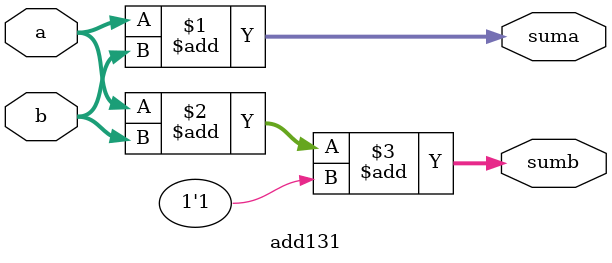
<source format=v>
`timescale 1ns / 1ps

module mpadder2 (
  input wire clk,
  input wire subtract,
  input wire [1026:0] in_a,
  input wire [1026:0] in_b,
  output wire [1027:0] result
);
    reg sub;
    always @(posedge clk) 
    begin
        sub <= subtract;
    end
    
    
    wire [1026:0] MuxB = (subtract) ? ~in_b : in_b;
    wire [1027:0] Sum;
    
    
    wire [1027:0] sumA;
    wire [1027:128] sumB;
    
    wire [6:0] carryA;
    wire [6:1] carryB;
    
    wire carry1;
    wire carry2;
    wire carry3;
    wire carry4;
    wire carry5;
    wire carry6;
    wire carry7;
    
  assign {carryA[0],sumA[127:0]} = in_a[127:0] + MuxB[127:0] + subtract;   
  //assign {carryB[0],sumB[63:0]} = 65'b0;
    add128 A2(in_a[255:128], MuxB[255:128],sumA[255:128], carryA[1], sumB[255:128], carryB[1]);
    add128 A3(in_a[383:256], MuxB[383:256],sumA[383:256], carryA[2], sumB[383:256], carryB[2]);
    add128 A4(in_a[511:384], MuxB[511:384],sumA[511:384], carryA[3], sumB[511:384], carryB[3]);
    add128 A5(in_a[639:512], MuxB[639:512],sumA[639:512], carryA[4], sumB[639:512], carryB[4]);
    add128 A6(in_a[767:640], MuxB[767:640],sumA[767:640], carryA[5], sumB[767:640], carryB[5]);
    add128 A7(in_a[895:768], MuxB[895:768],sumA[895:768], carryA[6], sumB[895:768], carryB[6]);
    add131 A8(in_a[1026:896], MuxB[1026:896],sumA[1027:896], sumB[1027:896]);
  

    


  reg [1027:0] regA;
  reg [1027:128] regB;
  reg [6:0] regcA;
  reg [6:1] regcB;
  always @(posedge clk) 
  begin
    regA <= sumA;
    regB <= sumB;
    regcA <= carryA;
    regcB <= carryB;
  end  
  
    assign carry1 = regcA[0];
    assign carry2 = carry1? regcB[1]: regcA[1];
    assign carry3 = carry2? regcB[2]: regcA[2];
    assign carry4 = carry3? regcB[3]: regcA[3];
    assign carry5 = carry4? regcB[4]: regcA[4];
    assign carry6 = carry5? regcB[5]: regcA[5];
    assign carry7 = carry6? regcB[6]: regcA[6];

  
    assign Sum[127:0] = regA[127:0];
    assign Sum[255:128] = carry1? regB[255:128]: regA[255:128];
    assign Sum[383:256] = carry2? regB[383:256]: regA[383:256];
    assign Sum[511:384] = carry3? regB[511:384]: regA[511:384];
    assign Sum[639:512] = carry4? regB[639:512]: regA[639:512];
    assign Sum[767:640] = carry5? regB[767:640]: regA[767:640];
    assign Sum[895:768] = carry6? regB[895:768]: regA[895:768];
    assign Sum[1027:896] = carry7? regB[1027:896]: regA[1027:896];
  

  wire carry_out = sub ^ Sum[1027];
  assign result = {carry_out, Sum[1026:0]};

endmodule

module add128(
    input wire [127:0] a,
    input wire [127:0] b,
    output wire [127:0] suma,
    output wire carrya,
    output wire [127:0] sumb,
    output wire carryb
    );
    
    assign {carrya, suma} = a+b;
    assign {carryb, sumb} = a+b+1'b1;
    
    
endmodule

module add131(
    input wire [130:0] a,
    input wire [130:0] b,
    output wire [131:0] suma,
    output wire [131:0] sumb
    );
    
    assign suma= a+b;
    assign sumb = a+b+1'b1;
    
    
endmodule

</source>
